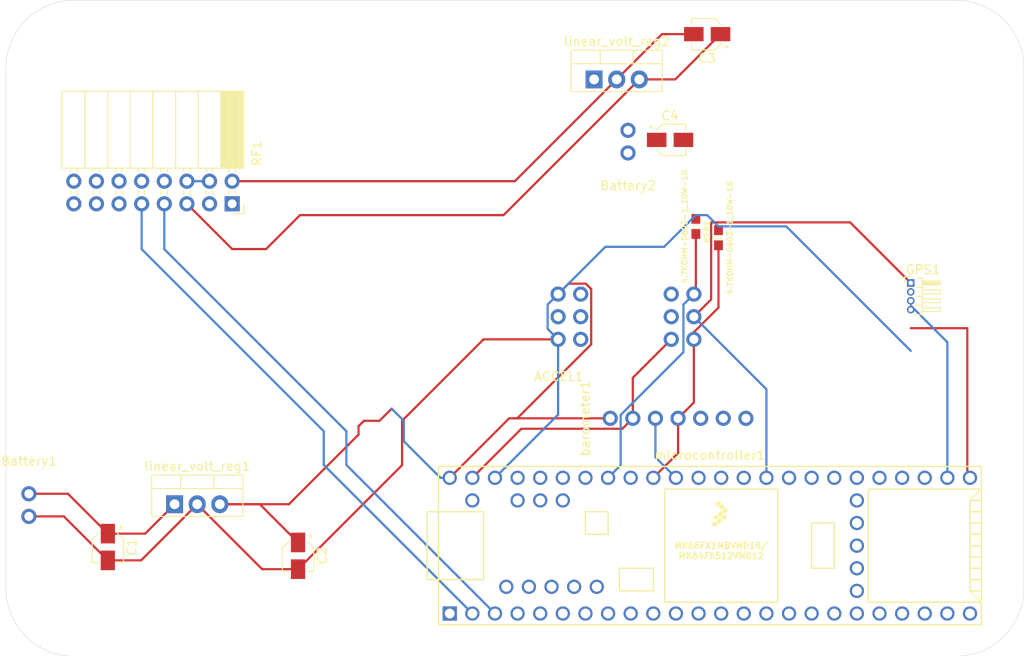
<source format=kicad_pcb>
(kicad_pcb (version 20171130) (host pcbnew "(5.1.9)-1")

  (general
    (thickness 1.6)
    (drawings 8)
    (tracks 104)
    (zones 0)
    (modules 15)
    (nets 17)
  )

  (page A4)
  (layers
    (0 F.Cu signal)
    (31 B.Cu signal)
    (32 B.Adhes user)
    (33 F.Adhes user)
    (34 B.Paste user)
    (35 F.Paste user)
    (36 B.SilkS user)
    (37 F.SilkS user)
    (38 B.Mask user)
    (39 F.Mask user)
    (40 Dwgs.User user)
    (41 Cmts.User user)
    (42 Eco1.User user)
    (43 Eco2.User user)
    (44 Edge.Cuts user)
    (45 Margin user)
    (46 B.CrtYd user)
    (47 F.CrtYd user)
    (48 B.Fab user)
    (49 F.Fab user)
  )

  (setup
    (last_trace_width 0.25)
    (trace_clearance 0.2)
    (zone_clearance 0.508)
    (zone_45_only no)
    (trace_min 0.2)
    (via_size 0.8)
    (via_drill 0.4)
    (via_min_size 0.4)
    (via_min_drill 0.3)
    (uvia_size 0.3)
    (uvia_drill 0.1)
    (uvias_allowed no)
    (uvia_min_size 0.2)
    (uvia_min_drill 0.1)
    (edge_width 0.05)
    (segment_width 0.2)
    (pcb_text_width 0.3)
    (pcb_text_size 1.5 1.5)
    (mod_edge_width 0.12)
    (mod_text_size 1 1)
    (mod_text_width 0.15)
    (pad_size 1.524 1.524)
    (pad_drill 0.762)
    (pad_to_mask_clearance 0)
    (aux_axis_origin 0 0)
    (visible_elements 7FFFFFFF)
    (pcbplotparams
      (layerselection 0x010fc_ffffffff)
      (usegerberextensions false)
      (usegerberattributes true)
      (usegerberadvancedattributes true)
      (creategerberjobfile true)
      (excludeedgelayer true)
      (linewidth 0.100000)
      (plotframeref false)
      (viasonmask false)
      (mode 1)
      (useauxorigin false)
      (hpglpennumber 1)
      (hpglpenspeed 20)
      (hpglpendiameter 15.000000)
      (psnegative false)
      (psa4output false)
      (plotreference true)
      (plotvalue true)
      (plotinvisibletext false)
      (padsonsilk false)
      (subtractmaskfromsilk false)
      (outputformat 1)
      (mirror false)
      (drillshape 1)
      (scaleselection 1)
      (outputdirectory ""))
  )

  (net 0 "")
  (net 1 "Net-(Battery1-Pad2)")
  (net 2 "Net-(Battery1-Pad1)")
  (net 3 "Net-(C2-Pad1)")
  (net 4 "Net-(RF1-Pad7)")
  (net 5 "Net-(RF1-Pad9)")
  (net 6 "Net-(C3-Pad1)")
  (net 7 "Net-(Battery2-Pad2)")
  (net 8 "Net-(R1-Pad1)")
  (net 9 "Net-(RF1-Pad4)")
  (net 10 "Net-(ACCEL1-Pad3)")
  (net 11 "Net-(ACCEL1-Pad2)")
  (net 12 "Net-(ACCEL1-Pad1)")
  (net 13 "Net-(ACCEL1-Pad5)")
  (net 14 "Net-(Battery2-Pad1)")
  (net 15 "Net-(GPS1-Pad3)")
  (net 16 "Net-(GPS1-Pad2)")

  (net_class Default "This is the default net class."
    (clearance 0.2)
    (trace_width 0.25)
    (via_dia 0.8)
    (via_drill 0.4)
    (uvia_dia 0.3)
    (uvia_drill 0.1)
    (add_net "Net-(ACCEL1-Pad1)")
    (add_net "Net-(ACCEL1-Pad2)")
    (add_net "Net-(ACCEL1-Pad3)")
    (add_net "Net-(ACCEL1-Pad5)")
    (add_net "Net-(Battery1-Pad1)")
    (add_net "Net-(Battery1-Pad2)")
    (add_net "Net-(Battery2-Pad1)")
    (add_net "Net-(Battery2-Pad2)")
    (add_net "Net-(C2-Pad1)")
    (add_net "Net-(C3-Pad1)")
    (add_net "Net-(GPS1-Pad2)")
    (add_net "Net-(GPS1-Pad3)")
    (add_net "Net-(R1-Pad1)")
    (add_net "Net-(RF1-Pad4)")
    (add_net "Net-(RF1-Pad7)")
    (add_net "Net-(RF1-Pad9)")
  )

  (module Connector_PinHeader_1.00mm:PinHeader_1x04_P1.00mm_Horizontal (layer F.Cu) (tedit 59FED737) (tstamp 60EFCDF1)
    (at 228.6 102.87)
    (descr "Through hole angled pin header, 1x04, 1.00mm pitch, 2.0mm pin length, single row")
    (tags "Through hole angled pin header THT 1x04 1.00mm single row")
    (path /60F710D4)
    (fp_text reference GPS1 (at 1.375 -1.5) (layer F.SilkS)
      (effects (font (size 1 1) (thickness 0.15)))
    )
    (fp_text value BN220-GPS (at 1.375 4.5) (layer F.Fab)
      (effects (font (size 1 1) (thickness 0.15)))
    )
    (fp_text user %R (at 0.75 1.5 90) (layer F.Fab)
      (effects (font (size 0.6 0.6) (thickness 0.09)))
    )
    (fp_line (start 0.5 -0.5) (end 1.25 -0.5) (layer F.Fab) (width 0.1))
    (fp_line (start 1.25 -0.5) (end 1.25 3.5) (layer F.Fab) (width 0.1))
    (fp_line (start 1.25 3.5) (end 0.25 3.5) (layer F.Fab) (width 0.1))
    (fp_line (start 0.25 3.5) (end 0.25 -0.25) (layer F.Fab) (width 0.1))
    (fp_line (start 0.25 -0.25) (end 0.5 -0.5) (layer F.Fab) (width 0.1))
    (fp_line (start -0.15 -0.15) (end 0.25 -0.15) (layer F.Fab) (width 0.1))
    (fp_line (start -0.15 -0.15) (end -0.15 0.15) (layer F.Fab) (width 0.1))
    (fp_line (start -0.15 0.15) (end 0.25 0.15) (layer F.Fab) (width 0.1))
    (fp_line (start 1.25 -0.15) (end 3.25 -0.15) (layer F.Fab) (width 0.1))
    (fp_line (start 3.25 -0.15) (end 3.25 0.15) (layer F.Fab) (width 0.1))
    (fp_line (start 1.25 0.15) (end 3.25 0.15) (layer F.Fab) (width 0.1))
    (fp_line (start -0.15 0.85) (end 0.25 0.85) (layer F.Fab) (width 0.1))
    (fp_line (start -0.15 0.85) (end -0.15 1.15) (layer F.Fab) (width 0.1))
    (fp_line (start -0.15 1.15) (end 0.25 1.15) (layer F.Fab) (width 0.1))
    (fp_line (start 1.25 0.85) (end 3.25 0.85) (layer F.Fab) (width 0.1))
    (fp_line (start 3.25 0.85) (end 3.25 1.15) (layer F.Fab) (width 0.1))
    (fp_line (start 1.25 1.15) (end 3.25 1.15) (layer F.Fab) (width 0.1))
    (fp_line (start -0.15 1.85) (end 0.25 1.85) (layer F.Fab) (width 0.1))
    (fp_line (start -0.15 1.85) (end -0.15 2.15) (layer F.Fab) (width 0.1))
    (fp_line (start -0.15 2.15) (end 0.25 2.15) (layer F.Fab) (width 0.1))
    (fp_line (start 1.25 1.85) (end 3.25 1.85) (layer F.Fab) (width 0.1))
    (fp_line (start 3.25 1.85) (end 3.25 2.15) (layer F.Fab) (width 0.1))
    (fp_line (start 1.25 2.15) (end 3.25 2.15) (layer F.Fab) (width 0.1))
    (fp_line (start -0.15 2.85) (end 0.25 2.85) (layer F.Fab) (width 0.1))
    (fp_line (start -0.15 2.85) (end -0.15 3.15) (layer F.Fab) (width 0.1))
    (fp_line (start -0.15 3.15) (end 0.25 3.15) (layer F.Fab) (width 0.1))
    (fp_line (start 1.25 2.85) (end 3.25 2.85) (layer F.Fab) (width 0.1))
    (fp_line (start 3.25 2.85) (end 3.25 3.15) (layer F.Fab) (width 0.1))
    (fp_line (start 1.25 3.15) (end 3.25 3.15) (layer F.Fab) (width 0.1))
    (fp_line (start 0.685 -0.56) (end 1.31 -0.56) (layer F.SilkS) (width 0.12))
    (fp_line (start 1.31 -0.56) (end 1.31 3.56) (layer F.SilkS) (width 0.12))
    (fp_line (start 1.31 3.56) (end 0.394493 3.56) (layer F.SilkS) (width 0.12))
    (fp_line (start 1.31 -0.21) (end 3.31 -0.21) (layer F.SilkS) (width 0.12))
    (fp_line (start 3.31 -0.21) (end 3.31 0.21) (layer F.SilkS) (width 0.12))
    (fp_line (start 3.31 0.21) (end 1.31 0.21) (layer F.SilkS) (width 0.12))
    (fp_line (start 1.31 -0.15) (end 3.31 -0.15) (layer F.SilkS) (width 0.12))
    (fp_line (start 1.31 -0.03) (end 3.31 -0.03) (layer F.SilkS) (width 0.12))
    (fp_line (start 1.31 0.09) (end 3.31 0.09) (layer F.SilkS) (width 0.12))
    (fp_line (start 0.685 0.5) (end 1.31 0.5) (layer F.SilkS) (width 0.12))
    (fp_line (start 1.31 0.79) (end 3.31 0.79) (layer F.SilkS) (width 0.12))
    (fp_line (start 3.31 0.79) (end 3.31 1.21) (layer F.SilkS) (width 0.12))
    (fp_line (start 3.31 1.21) (end 1.31 1.21) (layer F.SilkS) (width 0.12))
    (fp_line (start 0.468215 1.5) (end 1.31 1.5) (layer F.SilkS) (width 0.12))
    (fp_line (start 1.31 1.79) (end 3.31 1.79) (layer F.SilkS) (width 0.12))
    (fp_line (start 3.31 1.79) (end 3.31 2.21) (layer F.SilkS) (width 0.12))
    (fp_line (start 3.31 2.21) (end 1.31 2.21) (layer F.SilkS) (width 0.12))
    (fp_line (start 0.468215 2.5) (end 1.31 2.5) (layer F.SilkS) (width 0.12))
    (fp_line (start 1.31 2.79) (end 3.31 2.79) (layer F.SilkS) (width 0.12))
    (fp_line (start 3.31 2.79) (end 3.31 3.21) (layer F.SilkS) (width 0.12))
    (fp_line (start 3.31 3.21) (end 1.31 3.21) (layer F.SilkS) (width 0.12))
    (fp_line (start -0.685 0) (end -0.685 -0.685) (layer F.SilkS) (width 0.12))
    (fp_line (start -0.685 -0.685) (end 0 -0.685) (layer F.SilkS) (width 0.12))
    (fp_line (start -1 -1) (end -1 4) (layer F.CrtYd) (width 0.05))
    (fp_line (start -1 4) (end 3.75 4) (layer F.CrtYd) (width 0.05))
    (fp_line (start 3.75 4) (end 3.75 -1) (layer F.CrtYd) (width 0.05))
    (fp_line (start 3.75 -1) (end -1 -1) (layer F.CrtYd) (width 0.05))
    (pad 4 thru_hole oval (at 0 3) (size 0.85 0.85) (drill 0.5) (layers *.Cu *.Mask)
      (net 13 "Net-(ACCEL1-Pad5)"))
    (pad 3 thru_hole oval (at 0 2) (size 0.85 0.85) (drill 0.5) (layers *.Cu *.Mask)
      (net 15 "Net-(GPS1-Pad3)"))
    (pad 2 thru_hole oval (at 0 1) (size 0.85 0.85) (drill 0.5) (layers *.Cu *.Mask)
      (net 16 "Net-(GPS1-Pad2)"))
    (pad 1 thru_hole rect (at 0 0) (size 0.85 0.85) (drill 0.5) (layers *.Cu *.Mask)
      (net 11 "Net-(ACCEL1-Pad2)"))
    (model ${KISYS3DMOD}/Connector_PinHeader_1.00mm.3dshapes/PinHeader_1x04_P1.00mm_Horizontal.wrl
      (at (xyz 0 0 0))
      (scale (xyz 1 1 1))
      (rotate (xyz 0 0 0))
    )
  )

  (module Capacitor_SMD:CP_Elec_3x5.3 (layer F.Cu) (tedit 5B303299) (tstamp 60F26D20)
    (at 201.575001 86.805001)
    (descr "SMT capacitor, aluminium electrolytic, 3x5.3, Cornell Dubilier Electronics ")
    (tags "Capacitor Electrolytic")
    (path /60F4269F)
    (attr smd)
    (fp_text reference C4 (at 0 -2.7) (layer F.SilkS)
      (effects (font (size 1 1) (thickness 0.15)))
    )
    (fp_text value 0.33uF (at 0 2.7) (layer F.Fab)
      (effects (font (size 1 1) (thickness 0.15)))
    )
    (fp_text user %R (at 0 0) (layer F.Fab)
      (effects (font (size 0.6 0.6) (thickness 0.09)))
    )
    (fp_circle (center 0 0) (end 1.5 0) (layer F.Fab) (width 0.1))
    (fp_line (start 1.65 -1.65) (end 1.65 1.65) (layer F.Fab) (width 0.1))
    (fp_line (start -0.825 -1.65) (end 1.65 -1.65) (layer F.Fab) (width 0.1))
    (fp_line (start -0.825 1.65) (end 1.65 1.65) (layer F.Fab) (width 0.1))
    (fp_line (start -1.65 -0.825) (end -1.65 0.825) (layer F.Fab) (width 0.1))
    (fp_line (start -1.65 -0.825) (end -0.825 -1.65) (layer F.Fab) (width 0.1))
    (fp_line (start -1.65 0.825) (end -0.825 1.65) (layer F.Fab) (width 0.1))
    (fp_line (start -1.110469 -0.8) (end -0.810469 -0.8) (layer F.Fab) (width 0.1))
    (fp_line (start -0.960469 -0.95) (end -0.960469 -0.65) (layer F.Fab) (width 0.1))
    (fp_line (start 1.76 1.76) (end 1.76 1.06) (layer F.SilkS) (width 0.12))
    (fp_line (start 1.76 -1.76) (end 1.76 -1.06) (layer F.SilkS) (width 0.12))
    (fp_line (start -0.870563 -1.76) (end 1.76 -1.76) (layer F.SilkS) (width 0.12))
    (fp_line (start -0.870563 1.76) (end 1.76 1.76) (layer F.SilkS) (width 0.12))
    (fp_line (start -1.570563 -1.06) (end -0.870563 -1.76) (layer F.SilkS) (width 0.12))
    (fp_line (start -1.570563 1.06) (end -0.870563 1.76) (layer F.SilkS) (width 0.12))
    (fp_line (start -2.375 -1.435) (end -2 -1.435) (layer F.SilkS) (width 0.12))
    (fp_line (start -2.1875 -1.6225) (end -2.1875 -1.2475) (layer F.SilkS) (width 0.12))
    (fp_line (start 1.9 -1.9) (end 1.9 -1.05) (layer F.CrtYd) (width 0.05))
    (fp_line (start 1.9 -1.05) (end 2.85 -1.05) (layer F.CrtYd) (width 0.05))
    (fp_line (start 2.85 -1.05) (end 2.85 1.05) (layer F.CrtYd) (width 0.05))
    (fp_line (start 2.85 1.05) (end 1.9 1.05) (layer F.CrtYd) (width 0.05))
    (fp_line (start 1.9 1.05) (end 1.9 1.9) (layer F.CrtYd) (width 0.05))
    (fp_line (start -0.93 1.9) (end 1.9 1.9) (layer F.CrtYd) (width 0.05))
    (fp_line (start -0.93 -1.9) (end 1.9 -1.9) (layer F.CrtYd) (width 0.05))
    (fp_line (start -1.78 1.05) (end -0.93 1.9) (layer F.CrtYd) (width 0.05))
    (fp_line (start -1.78 -1.05) (end -0.93 -1.9) (layer F.CrtYd) (width 0.05))
    (fp_line (start -1.78 -1.05) (end -2.85 -1.05) (layer F.CrtYd) (width 0.05))
    (fp_line (start -2.85 -1.05) (end -2.85 1.05) (layer F.CrtYd) (width 0.05))
    (fp_line (start -2.85 1.05) (end -1.78 1.05) (layer F.CrtYd) (width 0.05))
    (pad 2 smd rect (at 1.5 0) (size 2.2 1.6) (layers F.Cu F.Paste F.Mask)
      (net 7 "Net-(Battery2-Pad2)"))
    (pad 1 smd rect (at -1.5 0) (size 2.2 1.6) (layers F.Cu F.Paste F.Mask)
      (net 14 "Net-(Battery2-Pad1)"))
    (model ${KISYS3DMOD}/Capacitor_SMD.3dshapes/CP_Elec_3x5.3.wrl
      (at (xyz 0 0 0))
      (scale (xyz 1 1 1))
      (rotate (xyz 0 0 0))
    )
  )

  (module "Mounting Holes:1x02" (layer F.Cu) (tedit 60A0F509) (tstamp 60F26C2A)
    (at 196.85 91.44)
    (path /60F724FD)
    (fp_text reference Battery2 (at 0 0.5) (layer F.SilkS)
      (effects (font (size 1 1) (thickness 0.15)))
    )
    (fp_text value 9V (at 0 -0.5) (layer F.Fab)
      (effects (font (size 1 1) (thickness 0.15)))
    )
    (pad 1 thru_hole circle (at 0 -3.17) (size 1.7 1.7) (drill 1.02) (layers *.Cu *.Mask)
      (net 14 "Net-(Battery2-Pad1)"))
    (pad 2 thru_hole circle (at 0 -5.71) (size 1.7 1.7) (drill 1.02) (layers *.Cu *.Mask)
      (net 7 "Net-(Battery2-Pad2)"))
  )

  (module "Mounting Holes:ADXLZ" (layer F.Cu) (tedit 60B8BC40) (tstamp 60B92F50)
    (at 189 109.2)
    (path /60B8F0A7)
    (fp_text reference ACCEL1 (at 0.08 4.17) (layer F.SilkS)
      (effects (font (size 1 1) (thickness 0.15)))
    )
    (fp_text value ADXL357z (at 0.08 3.17) (layer F.Fab)
      (effects (font (size 1 1) (thickness 0.15)))
    )
    (pad 3 thru_hole circle (at 15.248 0) (size 1.7 1.7) (drill 1.02) (layers *.Cu *.Mask)
      (net 10 "Net-(ACCEL1-Pad3)"))
    (pad 13 thru_hole circle (at 2.54 -2.54) (size 1.7 1.7) (drill 1.02) (layers *.Cu *.Mask))
    (pad 14 thru_hole circle (at 2.54 0) (size 1.7 1.7) (drill 1.02) (layers *.Cu *.Mask))
    (pad 2 thru_hole circle (at 15.248 -2.54) (size 1.7 1.7) (drill 1.02) (layers *.Cu *.Mask)
      (net 11 "Net-(ACCEL1-Pad2)"))
    (pad 1 thru_hole circle (at 15.248 -5.08) (size 1.7 1.7) (drill 1.02) (layers *.Cu *.Mask)
      (net 12 "Net-(ACCEL1-Pad1)"))
    (pad 12 thru_hole circle (at 2.54 -5.08) (size 1.7 1.7) (drill 1.02) (layers *.Cu *.Mask))
    (pad 5 thru_hole circle (at 0 -5.08) (size 1.7 1.7) (drill 1.02) (layers *.Cu *.Mask)
      (net 13 "Net-(ACCEL1-Pad5)"))
    (pad 11 thru_hole circle (at 0 -2.54) (size 1.7 1.7) (drill 1.02) (layers *.Cu *.Mask))
    (pad 4 thru_hole circle (at 12.708 0) (size 1.7 1.7) (drill 1.02) (layers *.Cu *.Mask))
    (pad 6 thru_hole circle (at 0 0) (size 1.7 1.7) (drill 1.02) (layers *.Cu *.Mask)
      (net 13 "Net-(ACCEL1-Pad5)"))
    (pad 10 thru_hole circle (at 12.708 -5.08) (size 1.7 1.7) (drill 1.02) (layers *.Cu *.Mask))
    (pad 8 thru_hole circle (at 12.708 -2.54) (size 1.7 1.7) (drill 1.02) (layers *.Cu *.Mask))
  )

  (module "Mounting Holes:1x02" (layer F.Cu) (tedit 60A0F509) (tstamp 60AFEC4D)
    (at 129.57556 123.37034 180)
    (path /60317B3E)
    (fp_text reference Battery1 (at 0 0.5) (layer F.SilkS)
      (effects (font (size 1 1) (thickness 0.15)))
    )
    (fp_text value 9V (at 0 -0.5) (layer F.Fab)
      (effects (font (size 1 1) (thickness 0.15)))
    )
    (pad 2 thru_hole circle (at 0 -5.71 180) (size 1.7 1.7) (drill 1.02) (layers *.Cu *.Mask)
      (net 1 "Net-(Battery1-Pad2)"))
    (pad 1 thru_hole circle (at 0 -3.17 180) (size 1.7 1.7) (drill 1.02) (layers *.Cu *.Mask)
      (net 2 "Net-(Battery1-Pad1)"))
  )

  (module Capacitor_SMD:CP_Elec_3x5.3 (layer F.Cu) (tedit 5B303299) (tstamp 60AFEC71)
    (at 138.44016 132.51942 270)
    (descr "SMT capacitor, aluminium electrolytic, 3x5.3, Cornell Dubilier Electronics ")
    (tags "Capacitor Electrolytic")
    (path /6023258A)
    (attr smd)
    (fp_text reference C1 (at 0 -2.7 90) (layer F.SilkS)
      (effects (font (size 1 1) (thickness 0.15)))
    )
    (fp_text value 0.33uF (at 0 2.7 90) (layer F.Fab)
      (effects (font (size 1 1) (thickness 0.15)))
    )
    (fp_circle (center 0 0) (end 1.5 0) (layer F.Fab) (width 0.1))
    (fp_line (start 1.65 -1.65) (end 1.65 1.65) (layer F.Fab) (width 0.1))
    (fp_line (start -0.825 -1.65) (end 1.65 -1.65) (layer F.Fab) (width 0.1))
    (fp_line (start -0.825 1.65) (end 1.65 1.65) (layer F.Fab) (width 0.1))
    (fp_line (start -1.65 -0.825) (end -1.65 0.825) (layer F.Fab) (width 0.1))
    (fp_line (start -1.65 -0.825) (end -0.825 -1.65) (layer F.Fab) (width 0.1))
    (fp_line (start -1.65 0.825) (end -0.825 1.65) (layer F.Fab) (width 0.1))
    (fp_line (start -1.110469 -0.8) (end -0.810469 -0.8) (layer F.Fab) (width 0.1))
    (fp_line (start -0.960469 -0.95) (end -0.960469 -0.65) (layer F.Fab) (width 0.1))
    (fp_line (start 1.76 1.76) (end 1.76 1.06) (layer F.SilkS) (width 0.12))
    (fp_line (start 1.76 -1.76) (end 1.76 -1.06) (layer F.SilkS) (width 0.12))
    (fp_line (start -0.870563 -1.76) (end 1.76 -1.76) (layer F.SilkS) (width 0.12))
    (fp_line (start -0.870563 1.76) (end 1.76 1.76) (layer F.SilkS) (width 0.12))
    (fp_line (start -1.570563 -1.06) (end -0.870563 -1.76) (layer F.SilkS) (width 0.12))
    (fp_line (start -1.570563 1.06) (end -0.870563 1.76) (layer F.SilkS) (width 0.12))
    (fp_line (start -2.375 -1.435) (end -2 -1.435) (layer F.SilkS) (width 0.12))
    (fp_line (start -2.1875 -1.6225) (end -2.1875 -1.2475) (layer F.SilkS) (width 0.12))
    (fp_line (start 1.9 -1.9) (end 1.9 -1.05) (layer F.CrtYd) (width 0.05))
    (fp_line (start 1.9 -1.05) (end 2.85 -1.05) (layer F.CrtYd) (width 0.05))
    (fp_line (start 2.85 -1.05) (end 2.85 1.05) (layer F.CrtYd) (width 0.05))
    (fp_line (start 2.85 1.05) (end 1.9 1.05) (layer F.CrtYd) (width 0.05))
    (fp_line (start 1.9 1.05) (end 1.9 1.9) (layer F.CrtYd) (width 0.05))
    (fp_line (start -0.93 1.9) (end 1.9 1.9) (layer F.CrtYd) (width 0.05))
    (fp_line (start -0.93 -1.9) (end 1.9 -1.9) (layer F.CrtYd) (width 0.05))
    (fp_line (start -1.78 1.05) (end -0.93 1.9) (layer F.CrtYd) (width 0.05))
    (fp_line (start -1.78 -1.05) (end -0.93 -1.9) (layer F.CrtYd) (width 0.05))
    (fp_line (start -1.78 -1.05) (end -2.85 -1.05) (layer F.CrtYd) (width 0.05))
    (fp_line (start -2.85 -1.05) (end -2.85 1.05) (layer F.CrtYd) (width 0.05))
    (fp_line (start -2.85 1.05) (end -1.78 1.05) (layer F.CrtYd) (width 0.05))
    (fp_text user %R (at 0 0 90) (layer F.Fab)
      (effects (font (size 0.6 0.6) (thickness 0.09)))
    )
    (pad 2 smd rect (at 1.5 0 270) (size 2.2 1.6) (layers F.Cu F.Paste F.Mask)
      (net 1 "Net-(Battery1-Pad2)"))
    (pad 1 smd rect (at -1.5 0 270) (size 2.2 1.6) (layers F.Cu F.Paste F.Mask)
      (net 2 "Net-(Battery1-Pad1)"))
    (model ${KISYS3DMOD}/Capacitor_SMD.3dshapes/CP_Elec_3x5.3.wrl
      (at (xyz 0 0 0))
      (scale (xyz 1 1 1))
      (rotate (xyz 0 0 0))
    )
  )

  (module Capacitor_SMD:CP_Elec_3x5.3 (layer F.Cu) (tedit 5B303299) (tstamp 60AFEC95)
    (at 159.79902 133.50748 270)
    (descr "SMT capacitor, aluminium electrolytic, 3x5.3, Cornell Dubilier Electronics ")
    (tags "Capacitor Electrolytic")
    (path /6028C494)
    (attr smd)
    (fp_text reference C2 (at 0 -2.7 90) (layer F.SilkS)
      (effects (font (size 1 1) (thickness 0.15)))
    )
    (fp_text value 0.1uF (at 0 2.7 90) (layer F.Fab)
      (effects (font (size 1 1) (thickness 0.15)))
    )
    (fp_line (start -2.85 1.05) (end -1.78 1.05) (layer F.CrtYd) (width 0.05))
    (fp_line (start -2.85 -1.05) (end -2.85 1.05) (layer F.CrtYd) (width 0.05))
    (fp_line (start -1.78 -1.05) (end -2.85 -1.05) (layer F.CrtYd) (width 0.05))
    (fp_line (start -1.78 -1.05) (end -0.93 -1.9) (layer F.CrtYd) (width 0.05))
    (fp_line (start -1.78 1.05) (end -0.93 1.9) (layer F.CrtYd) (width 0.05))
    (fp_line (start -0.93 -1.9) (end 1.9 -1.9) (layer F.CrtYd) (width 0.05))
    (fp_line (start -0.93 1.9) (end 1.9 1.9) (layer F.CrtYd) (width 0.05))
    (fp_line (start 1.9 1.05) (end 1.9 1.9) (layer F.CrtYd) (width 0.05))
    (fp_line (start 2.85 1.05) (end 1.9 1.05) (layer F.CrtYd) (width 0.05))
    (fp_line (start 2.85 -1.05) (end 2.85 1.05) (layer F.CrtYd) (width 0.05))
    (fp_line (start 1.9 -1.05) (end 2.85 -1.05) (layer F.CrtYd) (width 0.05))
    (fp_line (start 1.9 -1.9) (end 1.9 -1.05) (layer F.CrtYd) (width 0.05))
    (fp_line (start -2.1875 -1.6225) (end -2.1875 -1.2475) (layer F.SilkS) (width 0.12))
    (fp_line (start -2.375 -1.435) (end -2 -1.435) (layer F.SilkS) (width 0.12))
    (fp_line (start -1.570563 1.06) (end -0.870563 1.76) (layer F.SilkS) (width 0.12))
    (fp_line (start -1.570563 -1.06) (end -0.870563 -1.76) (layer F.SilkS) (width 0.12))
    (fp_line (start -0.870563 1.76) (end 1.76 1.76) (layer F.SilkS) (width 0.12))
    (fp_line (start -0.870563 -1.76) (end 1.76 -1.76) (layer F.SilkS) (width 0.12))
    (fp_line (start 1.76 -1.76) (end 1.76 -1.06) (layer F.SilkS) (width 0.12))
    (fp_line (start 1.76 1.76) (end 1.76 1.06) (layer F.SilkS) (width 0.12))
    (fp_line (start -0.960469 -0.95) (end -0.960469 -0.65) (layer F.Fab) (width 0.1))
    (fp_line (start -1.110469 -0.8) (end -0.810469 -0.8) (layer F.Fab) (width 0.1))
    (fp_line (start -1.65 0.825) (end -0.825 1.65) (layer F.Fab) (width 0.1))
    (fp_line (start -1.65 -0.825) (end -0.825 -1.65) (layer F.Fab) (width 0.1))
    (fp_line (start -1.65 -0.825) (end -1.65 0.825) (layer F.Fab) (width 0.1))
    (fp_line (start -0.825 1.65) (end 1.65 1.65) (layer F.Fab) (width 0.1))
    (fp_line (start -0.825 -1.65) (end 1.65 -1.65) (layer F.Fab) (width 0.1))
    (fp_line (start 1.65 -1.65) (end 1.65 1.65) (layer F.Fab) (width 0.1))
    (fp_circle (center 0 0) (end 1.5 0) (layer F.Fab) (width 0.1))
    (fp_text user %R (at 0 0 90) (layer F.Fab)
      (effects (font (size 0.6 0.6) (thickness 0.09)))
    )
    (pad 1 smd rect (at -1.5 0 270) (size 2.2 1.6) (layers F.Cu F.Paste F.Mask)
      (net 3 "Net-(C2-Pad1)"))
    (pad 2 smd rect (at 1.5 0 270) (size 2.2 1.6) (layers F.Cu F.Paste F.Mask)
      (net 1 "Net-(Battery1-Pad2)"))
    (model ${KISYS3DMOD}/Capacitor_SMD.3dshapes/CP_Elec_3x5.3.wrl
      (at (xyz 0 0 0))
      (scale (xyz 1 1 1))
      (rotate (xyz 0 0 0))
    )
  )

  (module Package_TO_SOT_THT:TO-220-3_Vertical (layer F.Cu) (tedit 5AC8BA0D) (tstamp 60AFECBC)
    (at 145.9357 127.71628)
    (descr "TO-220-3, Vertical, RM 2.54mm, see https://www.vishay.com/docs/66542/to-220-1.pdf")
    (tags "TO-220-3 Vertical RM 2.54mm")
    (path /6024F7BB)
    (fp_text reference linear_volt_reg1 (at 2.54 -4.27) (layer F.SilkS)
      (effects (font (size 1 1) (thickness 0.15)))
    )
    (fp_text value LM7805_TO220 (at 2.54 2.5) (layer F.Fab)
      (effects (font (size 1 1) (thickness 0.15)))
    )
    (fp_line (start 7.79 -3.4) (end -2.71 -3.4) (layer F.CrtYd) (width 0.05))
    (fp_line (start 7.79 1.51) (end 7.79 -3.4) (layer F.CrtYd) (width 0.05))
    (fp_line (start -2.71 1.51) (end 7.79 1.51) (layer F.CrtYd) (width 0.05))
    (fp_line (start -2.71 -3.4) (end -2.71 1.51) (layer F.CrtYd) (width 0.05))
    (fp_line (start 4.391 -3.27) (end 4.391 -1.76) (layer F.SilkS) (width 0.12))
    (fp_line (start 0.69 -3.27) (end 0.69 -1.76) (layer F.SilkS) (width 0.12))
    (fp_line (start -2.58 -1.76) (end 7.66 -1.76) (layer F.SilkS) (width 0.12))
    (fp_line (start 7.66 -3.27) (end 7.66 1.371) (layer F.SilkS) (width 0.12))
    (fp_line (start -2.58 -3.27) (end -2.58 1.371) (layer F.SilkS) (width 0.12))
    (fp_line (start -2.58 1.371) (end 7.66 1.371) (layer F.SilkS) (width 0.12))
    (fp_line (start -2.58 -3.27) (end 7.66 -3.27) (layer F.SilkS) (width 0.12))
    (fp_line (start 4.39 -3.15) (end 4.39 -1.88) (layer F.Fab) (width 0.1))
    (fp_line (start 0.69 -3.15) (end 0.69 -1.88) (layer F.Fab) (width 0.1))
    (fp_line (start -2.46 -1.88) (end 7.54 -1.88) (layer F.Fab) (width 0.1))
    (fp_line (start 7.54 -3.15) (end -2.46 -3.15) (layer F.Fab) (width 0.1))
    (fp_line (start 7.54 1.25) (end 7.54 -3.15) (layer F.Fab) (width 0.1))
    (fp_line (start -2.46 1.25) (end 7.54 1.25) (layer F.Fab) (width 0.1))
    (fp_line (start -2.46 -3.15) (end -2.46 1.25) (layer F.Fab) (width 0.1))
    (fp_text user %R (at 2.54 -4.27) (layer F.Fab)
      (effects (font (size 1 1) (thickness 0.15)))
    )
    (pad 1 thru_hole rect (at 0 0) (size 1.905 2) (drill 1.1) (layers *.Cu *.Mask)
      (net 2 "Net-(Battery1-Pad1)"))
    (pad 2 thru_hole oval (at 2.54 0) (size 1.905 2) (drill 1.1) (layers *.Cu *.Mask)
      (net 1 "Net-(Battery1-Pad2)"))
    (pad 3 thru_hole oval (at 5.08 0) (size 1.905 2) (drill 1.1) (layers *.Cu *.Mask)
      (net 3 "Net-(C2-Pad1)"))
    (model ${KISYS3DMOD}/Package_TO_SOT_THT.3dshapes/TO-220-3_Vertical.wrl
      (at (xyz 0 0 0))
      (scale (xyz 1 1 1))
      (rotate (xyz 0 0 0))
    )
  )

  (module "Teensy Microcontrollers:Teensy35_36" (layer F.Cu) (tedit 5ED51FDE) (tstamp 60AFED31)
    (at 206.04226 132.36702)
    (path /60257C60)
    (fp_text reference microcontroller1 (at 0 -10.16) (layer F.SilkS)
      (effects (font (size 1 1) (thickness 0.15)))
    )
    (fp_text value Teensy3.6 (at 0 10.16) (layer F.Fab)
      (effects (font (size 1 1) (thickness 0.15)))
    )
    (fp_line (start -13.97 -3.81) (end -13.97 -1.27) (layer F.SilkS) (width 0.15))
    (fp_line (start -13.97 -1.27) (end -11.43 -1.27) (layer F.SilkS) (width 0.15))
    (fp_line (start -11.43 -1.27) (end -11.43 -3.81) (layer F.SilkS) (width 0.15))
    (fp_line (start -11.43 -3.81) (end -13.97 -3.81) (layer F.SilkS) (width 0.15))
    (fp_line (start -6.35 5.08) (end -10.16 5.08) (layer F.SilkS) (width 0.15))
    (fp_line (start -10.16 5.08) (end -10.16 2.54) (layer F.SilkS) (width 0.15))
    (fp_line (start -10.16 2.54) (end -6.35 2.54) (layer F.SilkS) (width 0.15))
    (fp_line (start -6.35 2.54) (end -6.35 5.08) (layer F.SilkS) (width 0.15))
    (fp_line (start 7.62 6.35) (end 7.62 -6.35) (layer F.SilkS) (width 0.15))
    (fp_line (start -5.08 -6.35) (end -5.08 6.35) (layer F.SilkS) (width 0.15))
    (fp_line (start -5.08 6.35) (end 7.62 6.35) (layer F.SilkS) (width 0.15))
    (fp_line (start -5.08 -6.35) (end 7.62 -6.35) (layer F.SilkS) (width 0.15))
    (fp_line (start 29.21 5.08) (end 30.48 5.08) (layer F.SilkS) (width 0.15))
    (fp_line (start 29.21 3.81) (end 30.48 3.81) (layer F.SilkS) (width 0.15))
    (fp_line (start 29.21 2.54) (end 30.48 2.54) (layer F.SilkS) (width 0.15))
    (fp_line (start 29.21 1.27) (end 30.48 1.27) (layer F.SilkS) (width 0.15))
    (fp_line (start 29.21 0) (end 30.48 0) (layer F.SilkS) (width 0.15))
    (fp_line (start 29.21 -1.27) (end 30.48 -1.27) (layer F.SilkS) (width 0.15))
    (fp_line (start 29.21 -2.54) (end 30.48 -2.54) (layer F.SilkS) (width 0.15))
    (fp_line (start 29.21 -3.81) (end 30.48 -3.81) (layer F.SilkS) (width 0.15))
    (fp_line (start 29.21 -5.08) (end 30.48 -5.08) (layer F.SilkS) (width 0.15))
    (fp_line (start 30.48 6.35) (end 29.21 5.08) (layer F.SilkS) (width 0.15))
    (fp_line (start 29.21 5.08) (end 29.21 -5.08) (layer F.SilkS) (width 0.15))
    (fp_line (start 29.21 -5.08) (end 30.48 -6.35) (layer F.SilkS) (width 0.15))
    (fp_line (start 30.48 -6.35) (end 17.78 -6.35) (layer F.SilkS) (width 0.15))
    (fp_line (start 17.78 -6.35) (end 17.78 6.35) (layer F.SilkS) (width 0.15))
    (fp_line (start 17.78 6.35) (end 30.48 6.35) (layer F.SilkS) (width 0.15))
    (fp_line (start 30.48 -8.89) (end -30.48 -8.89) (layer F.SilkS) (width 0.15))
    (fp_line (start -30.48 8.89) (end 30.48 8.89) (layer F.SilkS) (width 0.15))
    (fp_line (start -30.48 3.81) (end -31.75 3.81) (layer F.SilkS) (width 0.15))
    (fp_line (start -31.75 3.81) (end -31.75 -3.81) (layer F.SilkS) (width 0.15))
    (fp_line (start -31.75 -3.81) (end -30.48 -3.81) (layer F.SilkS) (width 0.15))
    (fp_line (start -25.4 3.81) (end -25.4 -3.81) (layer F.SilkS) (width 0.15))
    (fp_line (start -25.4 -3.81) (end -30.48 -3.81) (layer F.SilkS) (width 0.15))
    (fp_line (start -25.4 3.81) (end -30.48 3.81) (layer F.SilkS) (width 0.15))
    (fp_line (start 13.97 -2.54) (end 13.97 2.54) (layer F.SilkS) (width 0.15))
    (fp_line (start 13.97 2.54) (end 11.43 2.54) (layer F.SilkS) (width 0.15))
    (fp_line (start 11.43 2.54) (end 11.43 -2.54) (layer F.SilkS) (width 0.15))
    (fp_line (start 11.43 -2.54) (end 13.97 -2.54) (layer F.SilkS) (width 0.15))
    (fp_line (start 30.48 -8.89) (end 30.48 8.89) (layer F.SilkS) (width 0.15))
    (fp_line (start -30.48 8.89) (end -30.48 -8.89) (layer F.SilkS) (width 0.15))
    (fp_poly (pts (xy 1.016 -4.953) (xy 1.27 -4.699) (xy 0.889 -4.445) (xy 0.635 -4.699)) (layer F.SilkS) (width 0.1))
    (fp_poly (pts (xy 0.762 -3.429) (xy 1.016 -3.175) (xy 0.635 -2.921) (xy 0.381 -3.175)) (layer F.SilkS) (width 0.1))
    (fp_poly (pts (xy 0.635 -2.667) (xy 0.889 -2.413) (xy 0.508 -2.159) (xy 0.254 -2.413)) (layer F.SilkS) (width 0.1))
    (fp_poly (pts (xy 1.778 -4.191) (xy 2.032 -3.937) (xy 1.651 -3.683) (xy 1.397 -3.937)) (layer F.SilkS) (width 0.1))
    (fp_poly (pts (xy 1.143 -3.048) (xy 1.397 -2.794) (xy 1.016 -2.54) (xy 0.762 -2.794)) (layer F.SilkS) (width 0.1))
    (fp_poly (pts (xy 1.651 -3.429) (xy 1.905 -3.175) (xy 1.524 -2.921) (xy 1.27 -3.175)) (layer F.SilkS) (width 0.1))
    (fp_poly (pts (xy 1.397 -4.572) (xy 1.651 -4.318) (xy 1.27 -4.064) (xy 1.016 -4.318)) (layer F.SilkS) (width 0.1))
    (fp_poly (pts (xy 1.27 -3.81) (xy 1.524 -3.556) (xy 1.143 -3.302) (xy 0.889 -3.556)) (layer F.SilkS) (width 0.1))
    (fp_text user MK66FX1MBVMD18/ (at 1.27 0) (layer F.SilkS)
      (effects (font (size 0.7 0.7) (thickness 0.15)))
    )
    (fp_text user MK64FX512VMD12 (at 1.27 1.143) (layer F.SilkS)
      (effects (font (size 0.7 0.7) (thickness 0.15)))
    )
    (pad 17 thru_hole circle (at 11.43 7.62) (size 1.6 1.6) (drill 1.1) (layers *.Cu *.Mask))
    (pad 18 thru_hole circle (at 13.97 7.62) (size 1.6 1.6) (drill 1.1) (layers *.Cu *.Mask))
    (pad 19 thru_hole circle (at 16.51 7.62) (size 1.6 1.6) (drill 1.1) (layers *.Cu *.Mask))
    (pad 20 thru_hole circle (at 19.05 7.62) (size 1.6 1.6) (drill 1.1) (layers *.Cu *.Mask))
    (pad 16 thru_hole circle (at 8.89 7.62) (size 1.6 1.6) (drill 1.1) (layers *.Cu *.Mask))
    (pad 15 thru_hole circle (at 6.35 7.62) (size 1.6 1.6) (drill 1.1) (layers *.Cu *.Mask))
    (pad 14 thru_hole circle (at 3.81 7.62) (size 1.6 1.6) (drill 1.1) (layers *.Cu *.Mask))
    (pad 21 thru_hole circle (at 21.59 7.62) (size 1.6 1.6) (drill 1.1) (layers *.Cu *.Mask))
    (pad 22 thru_hole circle (at 24.13 7.62) (size 1.6 1.6) (drill 1.1) (layers *.Cu *.Mask))
    (pad 23 thru_hole circle (at 26.67 7.62) (size 1.6 1.6) (drill 1.1) (layers *.Cu *.Mask))
    (pad 24 thru_hole circle (at 29.21 7.62) (size 1.6 1.6) (drill 1.1) (layers *.Cu *.Mask))
    (pad 25 thru_hole circle (at 16.51 5.08) (size 1.6 1.6) (drill 1.1) (layers *.Cu *.Mask))
    (pad 26 thru_hole circle (at 16.51 2.54) (size 1.6 1.6) (drill 1.1) (layers *.Cu *.Mask))
    (pad 27 thru_hole circle (at 16.51 0) (size 1.6 1.6) (drill 1.1) (layers *.Cu *.Mask))
    (pad 28 thru_hole circle (at 16.51 -2.54) (size 1.6 1.6) (drill 1.1) (layers *.Cu *.Mask))
    (pad 29 thru_hole circle (at 16.51 -5.08) (size 1.6 1.6) (drill 1.1) (layers *.Cu *.Mask))
    (pad 30 thru_hole circle (at 29.21 -7.62) (size 1.6 1.6) (drill 1.1) (layers *.Cu *.Mask)
      (net 15 "Net-(GPS1-Pad3)"))
    (pad 31 thru_hole circle (at 26.67 -7.62) (size 1.6 1.6) (drill 1.1) (layers *.Cu *.Mask)
      (net 16 "Net-(GPS1-Pad2)"))
    (pad 32 thru_hole circle (at 24.13 -7.62) (size 1.6 1.6) (drill 1.1) (layers *.Cu *.Mask))
    (pad 33 thru_hole circle (at 21.59 -7.62) (size 1.6 1.6) (drill 1.1) (layers *.Cu *.Mask))
    (pad 34 thru_hole circle (at 19.05 -7.62) (size 1.6 1.6) (drill 1.1) (layers *.Cu *.Mask))
    (pad 35 thru_hole circle (at 16.51 -7.62) (size 1.6 1.6) (drill 1.1) (layers *.Cu *.Mask))
    (pad 36 thru_hole circle (at 13.97 -7.62) (size 1.6 1.6) (drill 1.1) (layers *.Cu *.Mask))
    (pad 37 thru_hole circle (at 11.43 -7.62) (size 1.6 1.6) (drill 1.1) (layers *.Cu *.Mask))
    (pad 13 thru_hole circle (at 1.27 7.62) (size 1.6 1.6) (drill 1.1) (layers *.Cu *.Mask))
    (pad 12 thru_hole circle (at -1.27 7.62) (size 1.6 1.6) (drill 1.1) (layers *.Cu *.Mask))
    (pad 11 thru_hole circle (at -3.81 7.62) (size 1.6 1.6) (drill 1.1) (layers *.Cu *.Mask))
    (pad 10 thru_hole circle (at -6.35 7.62) (size 1.6 1.6) (drill 1.1) (layers *.Cu *.Mask))
    (pad 9 thru_hole circle (at -8.89 7.62) (size 1.6 1.6) (drill 1.1) (layers *.Cu *.Mask))
    (pad 8 thru_hole circle (at -11.43 7.62) (size 1.6 1.6) (drill 1.1) (layers *.Cu *.Mask))
    (pad 7 thru_hole circle (at -13.97 7.62) (size 1.6 1.6) (drill 1.1) (layers *.Cu *.Mask))
    (pad 6 thru_hole circle (at -16.51 7.62) (size 1.6 1.6) (drill 1.1) (layers *.Cu *.Mask))
    (pad 5 thru_hole circle (at -19.05 7.62) (size 1.6 1.6) (drill 1.1) (layers *.Cu *.Mask))
    (pad 4 thru_hole circle (at -21.59 7.62) (size 1.6 1.6) (drill 1.1) (layers *.Cu *.Mask))
    (pad 3 thru_hole circle (at -24.13 7.62) (size 1.6 1.6) (drill 1.1) (layers *.Cu *.Mask)
      (net 4 "Net-(RF1-Pad7)"))
    (pad 2 thru_hole circle (at -26.67 7.62) (size 1.6 1.6) (drill 1.1) (layers *.Cu *.Mask)
      (net 5 "Net-(RF1-Pad9)"))
    (pad 1 thru_hole rect (at -29.21 7.62) (size 1.6 1.6) (drill 1.1) (layers *.Cu *.Mask))
    (pad 38 thru_hole circle (at 8.89 -7.62) (size 1.6 1.6) (drill 1.1) (layers *.Cu *.Mask))
    (pad 39 thru_hole circle (at 6.35 -7.62) (size 1.6 1.6) (drill 1.1) (layers *.Cu *.Mask)
      (net 11 "Net-(ACCEL1-Pad2)"))
    (pad 40 thru_hole circle (at 3.81 -7.62) (size 1.6 1.6) (drill 1.1) (layers *.Cu *.Mask))
    (pad 41 thru_hole circle (at 1.27 -7.62) (size 1.6 1.6) (drill 1.1) (layers *.Cu *.Mask))
    (pad 42 thru_hole circle (at -1.27 -7.62) (size 1.6 1.6) (drill 1.1) (layers *.Cu *.Mask))
    (pad 43 thru_hole circle (at -3.81 -7.62) (size 1.6 1.6) (drill 1.1) (layers *.Cu *.Mask))
    (pad 44 thru_hole circle (at -6.35 -7.62) (size 1.6 1.6) (drill 1.1) (layers *.Cu *.Mask))
    (pad 45 thru_hole circle (at -8.89 -7.62) (size 1.6 1.6) (drill 1.1) (layers *.Cu *.Mask)
      (net 10 "Net-(ACCEL1-Pad3)"))
    (pad 46 thru_hole circle (at -11.43 -7.62) (size 1.6 1.6) (drill 1.1) (layers *.Cu *.Mask)
      (net 12 "Net-(ACCEL1-Pad1)"))
    (pad 47 thru_hole circle (at -13.97 -7.62) (size 1.6 1.6) (drill 1.1) (layers *.Cu *.Mask))
    (pad 48 thru_hole circle (at -16.51 -7.62) (size 1.6 1.6) (drill 1.1) (layers *.Cu *.Mask))
    (pad 49 thru_hole circle (at -19.05 -7.62) (size 1.6 1.6) (drill 1.1) (layers *.Cu *.Mask))
    (pad 50 thru_hole circle (at -21.59 -7.62) (size 1.6 1.6) (drill 1.1) (layers *.Cu *.Mask))
    (pad 51 thru_hole circle (at -24.13 -7.62) (size 1.6 1.6) (drill 1.1) (layers *.Cu *.Mask)
      (net 13 "Net-(ACCEL1-Pad5)"))
    (pad 52 thru_hole circle (at -26.67 -7.62) (size 1.6 1.6) (drill 1.1) (layers *.Cu *.Mask))
    (pad 53 thru_hole circle (at -29.21 -7.62) (size 1.6 1.6) (drill 1.1) (layers *.Cu *.Mask)
      (net 3 "Net-(C2-Pad1)"))
    (pad 54 thru_hole circle (at -26.67 -5.08) (size 1.6 1.6) (drill 1.1) (layers *.Cu *.Mask))
    (pad 55 thru_hole circle (at -21.59 -5.08) (size 1.6 1.6) (drill 1.1) (layers *.Cu *.Mask))
    (pad 56 thru_hole circle (at -19.05 -5.08) (size 1.6 1.6) (drill 1.1) (layers *.Cu *.Mask))
    (pad 57 thru_hole circle (at -16.51 -5.08) (size 1.6 1.6) (drill 1.1) (layers *.Cu *.Mask))
    (pad 58 thru_hole circle (at -22.86 4.62) (size 1.6 1.6) (drill 1.1) (layers *.Cu *.Mask))
    (pad 59 thru_hole circle (at -20.32 4.62) (size 1.6 1.6) (drill 1.1) (layers *.Cu *.Mask))
    (pad 60 thru_hole circle (at -17.78 4.62) (size 1.6 1.6) (drill 1.1) (layers *.Cu *.Mask))
    (pad 61 thru_hole circle (at -15.24 4.62) (size 1.6 1.6) (drill 1.1) (layers *.Cu *.Mask))
    (pad 62 thru_hole circle (at -12.7 4.62) (size 1.6 1.6) (drill 1.1) (layers *.Cu *.Mask))
    (model ${KICAD_USER_DIR}/teensy.pretty/Teensy_3.5_3.6_Assembly.STEP
      (offset (xyz -30.48 0 0))
      (scale (xyz 1 1 1))
      (rotate (xyz 0 0 0))
    )
  )

  (module Connector_PinSocket_2.54mm:PinSocket_2x08_P2.54mm_Horizontal (layer F.Cu) (tedit 5A19A430) (tstamp 60EFCB69)
    (at 152.4 93.98 270)
    (descr "Through hole angled socket strip, 2x08, 2.54mm pitch, 8.51mm socket length, double cols (from Kicad 4.0.7), script generated")
    (tags "Through hole angled socket strip THT 2x08 2.54mm double row")
    (path /601DEA0B)
    (fp_text reference RF1 (at -5.65 -2.77 90) (layer F.SilkS)
      (effects (font (size 1 1) (thickness 0.15)))
    )
    (fp_text value RFD900+ (at -5.65 20.55 90) (layer F.Fab)
      (effects (font (size 1 1) (thickness 0.15)))
    )
    (fp_line (start 1.8 19.55) (end 1.8 -1.8) (layer F.CrtYd) (width 0.05))
    (fp_line (start -13.05 19.55) (end 1.8 19.55) (layer F.CrtYd) (width 0.05))
    (fp_line (start -13.05 -1.8) (end -13.05 19.55) (layer F.CrtYd) (width 0.05))
    (fp_line (start 1.8 -1.8) (end -13.05 -1.8) (layer F.CrtYd) (width 0.05))
    (fp_line (start 0 -1.33) (end 1.11 -1.33) (layer F.SilkS) (width 0.12))
    (fp_line (start 1.11 -1.33) (end 1.11 0) (layer F.SilkS) (width 0.12))
    (fp_line (start -12.63 -1.33) (end -12.63 19.11) (layer F.SilkS) (width 0.12))
    (fp_line (start -12.63 19.11) (end -4 19.11) (layer F.SilkS) (width 0.12))
    (fp_line (start -4 -1.33) (end -4 19.11) (layer F.SilkS) (width 0.12))
    (fp_line (start -12.63 -1.33) (end -4 -1.33) (layer F.SilkS) (width 0.12))
    (fp_line (start -12.63 16.51) (end -4 16.51) (layer F.SilkS) (width 0.12))
    (fp_line (start -12.63 13.97) (end -4 13.97) (layer F.SilkS) (width 0.12))
    (fp_line (start -12.63 11.43) (end -4 11.43) (layer F.SilkS) (width 0.12))
    (fp_line (start -12.63 8.89) (end -4 8.89) (layer F.SilkS) (width 0.12))
    (fp_line (start -12.63 6.35) (end -4 6.35) (layer F.SilkS) (width 0.12))
    (fp_line (start -12.63 3.81) (end -4 3.81) (layer F.SilkS) (width 0.12))
    (fp_line (start -12.63 1.27) (end -4 1.27) (layer F.SilkS) (width 0.12))
    (fp_line (start -1.49 18.14) (end -1.05 18.14) (layer F.SilkS) (width 0.12))
    (fp_line (start -4 18.14) (end -3.59 18.14) (layer F.SilkS) (width 0.12))
    (fp_line (start -1.49 17.42) (end -1.05 17.42) (layer F.SilkS) (width 0.12))
    (fp_line (start -4 17.42) (end -3.59 17.42) (layer F.SilkS) (width 0.12))
    (fp_line (start -1.49 15.6) (end -1.05 15.6) (layer F.SilkS) (width 0.12))
    (fp_line (start -4 15.6) (end -3.59 15.6) (layer F.SilkS) (width 0.12))
    (fp_line (start -1.49 14.88) (end -1.05 14.88) (layer F.SilkS) (width 0.12))
    (fp_line (start -4 14.88) (end -3.59 14.88) (layer F.SilkS) (width 0.12))
    (fp_line (start -1.49 13.06) (end -1.05 13.06) (layer F.SilkS) (width 0.12))
    (fp_line (start -4 13.06) (end -3.59 13.06) (layer F.SilkS) (width 0.12))
    (fp_line (start -1.49 12.34) (end -1.05 12.34) (layer F.SilkS) (width 0.12))
    (fp_line (start -4 12.34) (end -3.59 12.34) (layer F.SilkS) (width 0.12))
    (fp_line (start -1.49 10.52) (end -1.05 10.52) (layer F.SilkS) (width 0.12))
    (fp_line (start -4 10.52) (end -3.59 10.52) (layer F.SilkS) (width 0.12))
    (fp_line (start -1.49 9.8) (end -1.05 9.8) (layer F.SilkS) (width 0.12))
    (fp_line (start -4 9.8) (end -3.59 9.8) (layer F.SilkS) (width 0.12))
    (fp_line (start -1.49 7.98) (end -1.05 7.98) (layer F.SilkS) (width 0.12))
    (fp_line (start -4 7.98) (end -3.59 7.98) (layer F.SilkS) (width 0.12))
    (fp_line (start -1.49 7.26) (end -1.05 7.26) (layer F.SilkS) (width 0.12))
    (fp_line (start -4 7.26) (end -3.59 7.26) (layer F.SilkS) (width 0.12))
    (fp_line (start -1.49 5.44) (end -1.05 5.44) (layer F.SilkS) (width 0.12))
    (fp_line (start -4 5.44) (end -3.59 5.44) (layer F.SilkS) (width 0.12))
    (fp_line (start -1.49 4.72) (end -1.05 4.72) (layer F.SilkS) (width 0.12))
    (fp_line (start -4 4.72) (end -3.59 4.72) (layer F.SilkS) (width 0.12))
    (fp_line (start -1.49 2.9) (end -1.05 2.9) (layer F.SilkS) (width 0.12))
    (fp_line (start -4 2.9) (end -3.59 2.9) (layer F.SilkS) (width 0.12))
    (fp_line (start -1.49 2.18) (end -1.05 2.18) (layer F.SilkS) (width 0.12))
    (fp_line (start -4 2.18) (end -3.59 2.18) (layer F.SilkS) (width 0.12))
    (fp_line (start -1.49 0.36) (end -1.11 0.36) (layer F.SilkS) (width 0.12))
    (fp_line (start -4 0.36) (end -3.59 0.36) (layer F.SilkS) (width 0.12))
    (fp_line (start -1.49 -0.36) (end -1.11 -0.36) (layer F.SilkS) (width 0.12))
    (fp_line (start -4 -0.36) (end -3.59 -0.36) (layer F.SilkS) (width 0.12))
    (fp_line (start -12.63 1.1519) (end -4 1.1519) (layer F.SilkS) (width 0.12))
    (fp_line (start -12.63 1.033805) (end -4 1.033805) (layer F.SilkS) (width 0.12))
    (fp_line (start -12.63 0.91571) (end -4 0.91571) (layer F.SilkS) (width 0.12))
    (fp_line (start -12.63 0.797615) (end -4 0.797615) (layer F.SilkS) (width 0.12))
    (fp_line (start -12.63 0.67952) (end -4 0.67952) (layer F.SilkS) (width 0.12))
    (fp_line (start -12.63 0.561425) (end -4 0.561425) (layer F.SilkS) (width 0.12))
    (fp_line (start -12.63 0.44333) (end -4 0.44333) (layer F.SilkS) (width 0.12))
    (fp_line (start -12.63 0.325235) (end -4 0.325235) (layer F.SilkS) (width 0.12))
    (fp_line (start -12.63 0.20714) (end -4 0.20714) (layer F.SilkS) (width 0.12))
    (fp_line (start -12.63 0.089045) (end -4 0.089045) (layer F.SilkS) (width 0.12))
    (fp_line (start -12.63 -0.02905) (end -4 -0.02905) (layer F.SilkS) (width 0.12))
    (fp_line (start -12.63 -0.147145) (end -4 -0.147145) (layer F.SilkS) (width 0.12))
    (fp_line (start -12.63 -0.26524) (end -4 -0.26524) (layer F.SilkS) (width 0.12))
    (fp_line (start -12.63 -0.383335) (end -4 -0.383335) (layer F.SilkS) (width 0.12))
    (fp_line (start -12.63 -0.50143) (end -4 -0.50143) (layer F.SilkS) (width 0.12))
    (fp_line (start -12.63 -0.619525) (end -4 -0.619525) (layer F.SilkS) (width 0.12))
    (fp_line (start -12.63 -0.73762) (end -4 -0.73762) (layer F.SilkS) (width 0.12))
    (fp_line (start -12.63 -0.855715) (end -4 -0.855715) (layer F.SilkS) (width 0.12))
    (fp_line (start -12.63 -0.97381) (end -4 -0.97381) (layer F.SilkS) (width 0.12))
    (fp_line (start -12.63 -1.091905) (end -4 -1.091905) (layer F.SilkS) (width 0.12))
    (fp_line (start -12.63 -1.21) (end -4 -1.21) (layer F.SilkS) (width 0.12))
    (fp_line (start 0 18.08) (end 0 17.48) (layer F.Fab) (width 0.1))
    (fp_line (start -4.06 18.08) (end 0 18.08) (layer F.Fab) (width 0.1))
    (fp_line (start 0 17.48) (end -4.06 17.48) (layer F.Fab) (width 0.1))
    (fp_line (start 0 15.54) (end 0 14.94) (layer F.Fab) (width 0.1))
    (fp_line (start -4.06 15.54) (end 0 15.54) (layer F.Fab) (width 0.1))
    (fp_line (start 0 14.94) (end -4.06 14.94) (layer F.Fab) (width 0.1))
    (fp_line (start 0 13) (end 0 12.4) (layer F.Fab) (width 0.1))
    (fp_line (start -4.06 13) (end 0 13) (layer F.Fab) (width 0.1))
    (fp_line (start 0 12.4) (end -4.06 12.4) (layer F.Fab) (width 0.1))
    (fp_line (start 0 10.46) (end 0 9.86) (layer F.Fab) (width 0.1))
    (fp_line (start -4.06 10.46) (end 0 10.46) (layer F.Fab) (width 0.1))
    (fp_line (start 0 9.86) (end -4.06 9.86) (layer F.Fab) (width 0.1))
    (fp_line (start 0 7.92) (end 0 7.32) (layer F.Fab) (width 0.1))
    (fp_line (start -4.06 7.92) (end 0 7.92) (layer F.Fab) (width 0.1))
    (fp_line (start 0 7.32) (end -4.06 7.32) (layer F.Fab) (width 0.1))
    (fp_line (start 0 5.38) (end 0 4.78) (layer F.Fab) (width 0.1))
    (fp_line (start -4.06 5.38) (end 0 5.38) (layer F.Fab) (width 0.1))
    (fp_line (start 0 4.78) (end -4.06 4.78) (layer F.Fab) (width 0.1))
    (fp_line (start 0 2.84) (end 0 2.24) (layer F.Fab) (width 0.1))
    (fp_line (start -4.06 2.84) (end 0 2.84) (layer F.Fab) (width 0.1))
    (fp_line (start 0 2.24) (end -4.06 2.24) (layer F.Fab) (width 0.1))
    (fp_line (start 0 0.3) (end 0 -0.3) (layer F.Fab) (width 0.1))
    (fp_line (start -4.06 0.3) (end 0 0.3) (layer F.Fab) (width 0.1))
    (fp_line (start 0 -0.3) (end -4.06 -0.3) (layer F.Fab) (width 0.1))
    (fp_line (start -12.57 19.05) (end -12.57 -1.27) (layer F.Fab) (width 0.1))
    (fp_line (start -4.06 19.05) (end -12.57 19.05) (layer F.Fab) (width 0.1))
    (fp_line (start -4.06 -0.3) (end -4.06 19.05) (layer F.Fab) (width 0.1))
    (fp_line (start -5.03 -1.27) (end -4.06 -0.3) (layer F.Fab) (width 0.1))
    (fp_line (start -12.57 -1.27) (end -5.03 -1.27) (layer F.Fab) (width 0.1))
    (fp_text user %R (at -8.315 8.89) (layer F.Fab)
      (effects (font (size 1 1) (thickness 0.15)))
    )
    (pad 1 thru_hole rect (at 0 0 270) (size 1.7 1.7) (drill 1) (layers *.Cu *.Mask))
    (pad 2 thru_hole oval (at -2.54 0 270) (size 1.7 1.7) (drill 1) (layers *.Cu *.Mask)
      (net 7 "Net-(Battery2-Pad2)"))
    (pad 3 thru_hole oval (at 0 2.54 270) (size 1.7 1.7) (drill 1) (layers *.Cu *.Mask))
    (pad 4 thru_hole oval (at -2.54 2.54 270) (size 1.7 1.7) (drill 1) (layers *.Cu *.Mask)
      (net 9 "Net-(RF1-Pad4)"))
    (pad 5 thru_hole oval (at 0 5.08 270) (size 1.7 1.7) (drill 1) (layers *.Cu *.Mask)
      (net 6 "Net-(C3-Pad1)"))
    (pad 6 thru_hole oval (at -2.54 5.08 270) (size 1.7 1.7) (drill 1) (layers *.Cu *.Mask)
      (net 9 "Net-(RF1-Pad4)"))
    (pad 7 thru_hole oval (at 0 7.62 270) (size 1.7 1.7) (drill 1) (layers *.Cu *.Mask)
      (net 4 "Net-(RF1-Pad7)"))
    (pad 8 thru_hole oval (at -2.54 7.62 270) (size 1.7 1.7) (drill 1) (layers *.Cu *.Mask))
    (pad 9 thru_hole oval (at 0 10.16 270) (size 1.7 1.7) (drill 1) (layers *.Cu *.Mask)
      (net 5 "Net-(RF1-Pad9)"))
    (pad 10 thru_hole oval (at -2.54 10.16 270) (size 1.7 1.7) (drill 1) (layers *.Cu *.Mask))
    (pad 11 thru_hole oval (at 0 12.7 270) (size 1.7 1.7) (drill 1) (layers *.Cu *.Mask))
    (pad 12 thru_hole oval (at -2.54 12.7 270) (size 1.7 1.7) (drill 1) (layers *.Cu *.Mask))
    (pad 13 thru_hole oval (at 0 15.24 270) (size 1.7 1.7) (drill 1) (layers *.Cu *.Mask))
    (pad 14 thru_hole oval (at -2.54 15.24 270) (size 1.7 1.7) (drill 1) (layers *.Cu *.Mask))
    (pad 15 thru_hole oval (at 0 17.78 270) (size 1.7 1.7) (drill 1) (layers *.Cu *.Mask))
    (pad 16 thru_hole oval (at -2.54 17.78 270) (size 1.7 1.7) (drill 1) (layers *.Cu *.Mask))
    (model ${KISYS3DMOD}/Connector_PinSocket_2.54mm.3dshapes/PinSocket_2x08_P2.54mm_Horizontal.wrl
      (at (xyz 0 0 0))
      (scale (xyz 1 1 1))
      (rotate (xyz 0 0 0))
    )
  )

  (module "Mounting Holes:1x07" (layer F.Cu) (tedit 609EE5E2) (tstamp 60AFEDC7)
    (at 192.53102 118.08682 270)
    (path /60AF376A)
    (fp_text reference barometer1 (at 0 0.5 90) (layer F.SilkS)
      (effects (font (size 1 1) (thickness 0.15)))
    )
    (fp_text value MS5611 (at 0 -0.5 90) (layer F.Fab)
      (effects (font (size 1 1) (thickness 0.15)))
    )
    (pad 7 thru_hole circle (at -0.02 -17.56 270) (size 1.7 1.7) (drill 1.02) (layers *.Cu *.Mask))
    (pad 3 thru_hole circle (at -0.02 -7.4 270) (size 1.7 1.7) (drill 1.02) (layers *.Cu *.Mask))
    (pad 4 thru_hole circle (at -0.02 -9.94 270) (size 1.7 1.7) (drill 1.02) (layers *.Cu *.Mask))
    (pad 1 thru_hole circle (at -0.02 -2.32 270) (size 1.7 1.7) (drill 1.02) (layers *.Cu *.Mask))
    (pad 5 thru_hole circle (at -0.02 -12.48 270) (size 1.7 1.7) (drill 1.02) (layers *.Cu *.Mask))
    (pad 6 thru_hole circle (at -0.02 -15.02 270) (size 1.7 1.7) (drill 1.02) (layers *.Cu *.Mask))
    (pad 2 thru_hole circle (at -0.02 -4.86 270) (size 1.7 1.7) (drill 1.02) (layers *.Cu *.Mask))
  )

  (module Capacitor_SMD:CP_Elec_3x5.3 (layer F.Cu) (tedit 5B303299) (tstamp 60EF6A57)
    (at 205.74 74.93 180)
    (descr "SMT capacitor, aluminium electrolytic, 3x5.3, Cornell Dubilier Electronics ")
    (tags "Capacitor Electrolytic")
    (path /60F76B60)
    (attr smd)
    (fp_text reference C3 (at 0 -2.7) (layer F.SilkS)
      (effects (font (size 1 1) (thickness 0.15)))
    )
    (fp_text value 0.1uF (at 0 2.7) (layer F.Fab)
      (effects (font (size 1 1) (thickness 0.15)))
    )
    (fp_line (start -2.85 1.05) (end -1.78 1.05) (layer F.CrtYd) (width 0.05))
    (fp_line (start -2.85 -1.05) (end -2.85 1.05) (layer F.CrtYd) (width 0.05))
    (fp_line (start -1.78 -1.05) (end -2.85 -1.05) (layer F.CrtYd) (width 0.05))
    (fp_line (start -1.78 -1.05) (end -0.93 -1.9) (layer F.CrtYd) (width 0.05))
    (fp_line (start -1.78 1.05) (end -0.93 1.9) (layer F.CrtYd) (width 0.05))
    (fp_line (start -0.93 -1.9) (end 1.9 -1.9) (layer F.CrtYd) (width 0.05))
    (fp_line (start -0.93 1.9) (end 1.9 1.9) (layer F.CrtYd) (width 0.05))
    (fp_line (start 1.9 1.05) (end 1.9 1.9) (layer F.CrtYd) (width 0.05))
    (fp_line (start 2.85 1.05) (end 1.9 1.05) (layer F.CrtYd) (width 0.05))
    (fp_line (start 2.85 -1.05) (end 2.85 1.05) (layer F.CrtYd) (width 0.05))
    (fp_line (start 1.9 -1.05) (end 2.85 -1.05) (layer F.CrtYd) (width 0.05))
    (fp_line (start 1.9 -1.9) (end 1.9 -1.05) (layer F.CrtYd) (width 0.05))
    (fp_line (start -2.1875 -1.6225) (end -2.1875 -1.2475) (layer F.SilkS) (width 0.12))
    (fp_line (start -2.375 -1.435) (end -2 -1.435) (layer F.SilkS) (width 0.12))
    (fp_line (start -1.570563 1.06) (end -0.870563 1.76) (layer F.SilkS) (width 0.12))
    (fp_line (start -1.570563 -1.06) (end -0.870563 -1.76) (layer F.SilkS) (width 0.12))
    (fp_line (start -0.870563 1.76) (end 1.76 1.76) (layer F.SilkS) (width 0.12))
    (fp_line (start -0.870563 -1.76) (end 1.76 -1.76) (layer F.SilkS) (width 0.12))
    (fp_line (start 1.76 -1.76) (end 1.76 -1.06) (layer F.SilkS) (width 0.12))
    (fp_line (start 1.76 1.76) (end 1.76 1.06) (layer F.SilkS) (width 0.12))
    (fp_line (start -0.960469 -0.95) (end -0.960469 -0.65) (layer F.Fab) (width 0.1))
    (fp_line (start -1.110469 -0.8) (end -0.810469 -0.8) (layer F.Fab) (width 0.1))
    (fp_line (start -1.65 0.825) (end -0.825 1.65) (layer F.Fab) (width 0.1))
    (fp_line (start -1.65 -0.825) (end -0.825 -1.65) (layer F.Fab) (width 0.1))
    (fp_line (start -1.65 -0.825) (end -1.65 0.825) (layer F.Fab) (width 0.1))
    (fp_line (start -0.825 1.65) (end 1.65 1.65) (layer F.Fab) (width 0.1))
    (fp_line (start -0.825 -1.65) (end 1.65 -1.65) (layer F.Fab) (width 0.1))
    (fp_line (start 1.65 -1.65) (end 1.65 1.65) (layer F.Fab) (width 0.1))
    (fp_circle (center 0 0) (end 1.5 0) (layer F.Fab) (width 0.1))
    (fp_text user %R (at 0 0) (layer F.Fab)
      (effects (font (size 0.6 0.6) (thickness 0.09)))
    )
    (pad 1 smd rect (at -1.5 0 180) (size 2.2 1.6) (layers F.Cu F.Paste F.Mask)
      (net 6 "Net-(C3-Pad1)"))
    (pad 2 smd rect (at 1.5 0 180) (size 2.2 1.6) (layers F.Cu F.Paste F.Mask)
      (net 7 "Net-(Battery2-Pad2)"))
    (model ${KISYS3DMOD}/Capacitor_SMD.3dshapes/CP_Elec_3x5.3.wrl
      (at (xyz 0 0 0))
      (scale (xyz 1 1 1))
      (rotate (xyz 0 0 0))
    )
  )

  (module Package_TO_SOT_THT:TO-220-3_Vertical (layer F.Cu) (tedit 5AC8BA0D) (tstamp 60EF6A71)
    (at 193.04 80.01)
    (descr "TO-220-3, Vertical, RM 2.54mm, see https://www.vishay.com/docs/66542/to-220-1.pdf")
    (tags "TO-220-3 Vertical RM 2.54mm")
    (path /60F75356)
    (fp_text reference linear_volt_reg2 (at 2.54 -4.27) (layer F.SilkS)
      (effects (font (size 1 1) (thickness 0.15)))
    )
    (fp_text value LM7805_TO220 (at 2.54 2.5) (layer F.Fab)
      (effects (font (size 1 1) (thickness 0.15)))
    )
    (fp_line (start 7.79 -3.4) (end -2.71 -3.4) (layer F.CrtYd) (width 0.05))
    (fp_line (start 7.79 1.51) (end 7.79 -3.4) (layer F.CrtYd) (width 0.05))
    (fp_line (start -2.71 1.51) (end 7.79 1.51) (layer F.CrtYd) (width 0.05))
    (fp_line (start -2.71 -3.4) (end -2.71 1.51) (layer F.CrtYd) (width 0.05))
    (fp_line (start 4.391 -3.27) (end 4.391 -1.76) (layer F.SilkS) (width 0.12))
    (fp_line (start 0.69 -3.27) (end 0.69 -1.76) (layer F.SilkS) (width 0.12))
    (fp_line (start -2.58 -1.76) (end 7.66 -1.76) (layer F.SilkS) (width 0.12))
    (fp_line (start 7.66 -3.27) (end 7.66 1.371) (layer F.SilkS) (width 0.12))
    (fp_line (start -2.58 -3.27) (end -2.58 1.371) (layer F.SilkS) (width 0.12))
    (fp_line (start -2.58 1.371) (end 7.66 1.371) (layer F.SilkS) (width 0.12))
    (fp_line (start -2.58 -3.27) (end 7.66 -3.27) (layer F.SilkS) (width 0.12))
    (fp_line (start 4.39 -3.15) (end 4.39 -1.88) (layer F.Fab) (width 0.1))
    (fp_line (start 0.69 -3.15) (end 0.69 -1.88) (layer F.Fab) (width 0.1))
    (fp_line (start -2.46 -1.88) (end 7.54 -1.88) (layer F.Fab) (width 0.1))
    (fp_line (start 7.54 -3.15) (end -2.46 -3.15) (layer F.Fab) (width 0.1))
    (fp_line (start 7.54 1.25) (end 7.54 -3.15) (layer F.Fab) (width 0.1))
    (fp_line (start -2.46 1.25) (end 7.54 1.25) (layer F.Fab) (width 0.1))
    (fp_line (start -2.46 -3.15) (end -2.46 1.25) (layer F.Fab) (width 0.1))
    (fp_text user %R (at 2.54 -4.27) (layer F.Fab)
      (effects (font (size 1 1) (thickness 0.15)))
    )
    (pad 1 thru_hole rect (at 0 0) (size 1.905 2) (drill 1.1) (layers *.Cu *.Mask)
      (net 14 "Net-(Battery2-Pad1)"))
    (pad 2 thru_hole oval (at 2.54 0) (size 1.905 2) (drill 1.1) (layers *.Cu *.Mask)
      (net 7 "Net-(Battery2-Pad2)"))
    (pad 3 thru_hole oval (at 5.08 0) (size 1.905 2) (drill 1.1) (layers *.Cu *.Mask)
      (net 6 "Net-(C3-Pad1)"))
    (model ${KISYS3DMOD}/Package_TO_SOT_THT.3dshapes/TO-220-3_Vertical.wrl
      (at (xyz 0 0 0))
      (scale (xyz 1 1 1))
      (rotate (xyz 0 0 0))
    )
  )

  (module Resistors:0603 (layer F.Cu) (tedit 200000) (tstamp 60EFCFE0)
    (at 204.47 96.52 270)
    (descr "GENERIC 1608 (0603) PACKAGE")
    (tags "GENERIC 1608 (0603) PACKAGE")
    (path /60F082D6)
    (attr smd)
    (fp_text reference R1 (at 0 -1.27 90) (layer F.SilkS)
      (effects (font (size 0.6096 0.6096) (thickness 0.127)))
    )
    (fp_text value 4.7KOHM-0603-1_10W-1% (at 0 1.27 90) (layer F.SilkS)
      (effects (font (size 0.6096 0.6096) (thickness 0.127)))
    )
    (fp_line (start -0.8382 0.4699) (end -0.33782 0.4699) (layer Dwgs.User) (width 0.06604))
    (fp_line (start -0.33782 0.4699) (end -0.33782 -0.48006) (layer Dwgs.User) (width 0.06604))
    (fp_line (start -0.8382 -0.48006) (end -0.33782 -0.48006) (layer Dwgs.User) (width 0.06604))
    (fp_line (start -0.8382 0.4699) (end -0.8382 -0.48006) (layer Dwgs.User) (width 0.06604))
    (fp_line (start 0.3302 0.4699) (end 0.82804 0.4699) (layer Dwgs.User) (width 0.06604))
    (fp_line (start 0.82804 0.4699) (end 0.82804 -0.48006) (layer Dwgs.User) (width 0.06604))
    (fp_line (start 0.3302 -0.48006) (end 0.82804 -0.48006) (layer Dwgs.User) (width 0.06604))
    (fp_line (start 0.3302 0.4699) (end 0.3302 -0.48006) (layer Dwgs.User) (width 0.06604))
    (fp_line (start -0.19812 0.29972) (end 0.19812 0.29972) (layer F.SilkS) (width 0.06604))
    (fp_line (start 0.19812 0.29972) (end 0.19812 -0.29972) (layer F.SilkS) (width 0.06604))
    (fp_line (start -0.19812 -0.29972) (end 0.19812 -0.29972) (layer F.SilkS) (width 0.06604))
    (fp_line (start -0.19812 0.29972) (end -0.19812 -0.29972) (layer F.SilkS) (width 0.06604))
    (fp_line (start -1.59766 -0.6985) (end 1.59766 -0.6985) (layer F.CrtYd) (width 0.0508))
    (fp_line (start 1.59766 -0.6985) (end 1.59766 0.6985) (layer F.CrtYd) (width 0.0508))
    (fp_line (start 1.59766 0.6985) (end -1.59766 0.6985) (layer F.CrtYd) (width 0.0508))
    (fp_line (start -1.59766 0.6985) (end -1.59766 -0.6985) (layer F.CrtYd) (width 0.0508))
    (fp_line (start -0.3556 -0.4318) (end 0.3556 -0.4318) (layer Dwgs.User) (width 0.1016))
    (fp_line (start -0.3556 0.41656) (end 0.3556 0.41656) (layer Dwgs.User) (width 0.1016))
    (pad 1 smd rect (at -0.84836 0 270) (size 1.09982 0.99822) (layers F.Cu F.Paste F.Mask)
      (net 13 "Net-(ACCEL1-Pad5)") (solder_mask_margin 0.1016))
    (pad 2 smd rect (at 0.84836 0 270) (size 1.09982 0.99822) (layers F.Cu F.Paste F.Mask)
      (net 12 "Net-(ACCEL1-Pad1)") (solder_mask_margin 0.1016))
  )

  (module Resistors:0603 (layer F.Cu) (tedit 200000) (tstamp 60EFCDDA)
    (at 207.01 97.79 90)
    (descr "GENERIC 1608 (0603) PACKAGE")
    (tags "GENERIC 1608 (0603) PACKAGE")
    (path /60F2BA52)
    (attr smd)
    (fp_text reference R2 (at 0 -1.27 90) (layer F.SilkS)
      (effects (font (size 0.6096 0.6096) (thickness 0.127)))
    )
    (fp_text value 4.7KOHM-0603-1_10W-1% (at 0 1.27 90) (layer F.SilkS)
      (effects (font (size 0.6096 0.6096) (thickness 0.127)))
    )
    (fp_line (start -0.3556 0.41656) (end 0.3556 0.41656) (layer Dwgs.User) (width 0.1016))
    (fp_line (start -0.3556 -0.4318) (end 0.3556 -0.4318) (layer Dwgs.User) (width 0.1016))
    (fp_line (start -1.59766 0.6985) (end -1.59766 -0.6985) (layer F.CrtYd) (width 0.0508))
    (fp_line (start 1.59766 0.6985) (end -1.59766 0.6985) (layer F.CrtYd) (width 0.0508))
    (fp_line (start 1.59766 -0.6985) (end 1.59766 0.6985) (layer F.CrtYd) (width 0.0508))
    (fp_line (start -1.59766 -0.6985) (end 1.59766 -0.6985) (layer F.CrtYd) (width 0.0508))
    (fp_line (start -0.19812 0.29972) (end -0.19812 -0.29972) (layer F.SilkS) (width 0.06604))
    (fp_line (start -0.19812 -0.29972) (end 0.19812 -0.29972) (layer F.SilkS) (width 0.06604))
    (fp_line (start 0.19812 0.29972) (end 0.19812 -0.29972) (layer F.SilkS) (width 0.06604))
    (fp_line (start -0.19812 0.29972) (end 0.19812 0.29972) (layer F.SilkS) (width 0.06604))
    (fp_line (start 0.3302 0.4699) (end 0.3302 -0.48006) (layer Dwgs.User) (width 0.06604))
    (fp_line (start 0.3302 -0.48006) (end 0.82804 -0.48006) (layer Dwgs.User) (width 0.06604))
    (fp_line (start 0.82804 0.4699) (end 0.82804 -0.48006) (layer Dwgs.User) (width 0.06604))
    (fp_line (start 0.3302 0.4699) (end 0.82804 0.4699) (layer Dwgs.User) (width 0.06604))
    (fp_line (start -0.8382 0.4699) (end -0.8382 -0.48006) (layer Dwgs.User) (width 0.06604))
    (fp_line (start -0.8382 -0.48006) (end -0.33782 -0.48006) (layer Dwgs.User) (width 0.06604))
    (fp_line (start -0.33782 0.4699) (end -0.33782 -0.48006) (layer Dwgs.User) (width 0.06604))
    (fp_line (start -0.8382 0.4699) (end -0.33782 0.4699) (layer Dwgs.User) (width 0.06604))
    (pad 2 smd rect (at 0.84836 0 90) (size 1.09982 0.99822) (layers F.Cu F.Paste F.Mask)
      (net 13 "Net-(ACCEL1-Pad5)") (solder_mask_margin 0.1016))
    (pad 1 smd rect (at -0.84836 0 90) (size 1.09982 0.99822) (layers F.Cu F.Paste F.Mask)
      (net 10 "Net-(ACCEL1-Pad3)") (solder_mask_margin 0.1016))
  )

  (gr_line (start 134.62 71.12) (end 233.68 71.12) (layer Edge.Cuts) (width 0.05) (tstamp 60AFFBA5))
  (gr_arc (start 233.68 137.16) (end 233.68 144.78) (angle -90) (layer Edge.Cuts) (width 0.05))
  (gr_arc (start 134.62 137.16) (end 127 137.16) (angle -90) (layer Edge.Cuts) (width 0.05))
  (gr_line (start 127 137.16) (end 127 78.74) (layer Edge.Cuts) (width 0.05) (tstamp 60A56353))
  (gr_line (start 233.68 144.78) (end 134.62 144.78) (layer Edge.Cuts) (width 0.05) (tstamp 60A56352))
  (gr_line (start 241.3 78.74) (end 241.3 137.16) (layer Edge.Cuts) (width 0.05) (tstamp 60A56351))
  (gr_arc (start 233.68 78.74) (end 241.3 78.74) (angle -90) (layer Edge.Cuts) (width 0.05))
  (gr_arc (start 134.62 78.74) (end 134.62 71.12) (angle -90) (layer Edge.Cuts) (width 0.05))

  (segment (start 184.877459 119.241821) (end 196.216019 119.241821) (width 0.25) (layer F.Cu) (net 0))
  (segment (start 196.216019 119.241821) (end 197.39102 118.06682) (width 0.25) (layer F.Cu) (net 0) (status 20))
  (segment (start 179.37226 124.74702) (end 184.877459 119.241821) (width 0.25) (layer F.Cu) (net 0) (status 10))
  (segment (start 197.39102 113.51698) (end 201.708 109.2) (width 0.25) (layer F.Cu) (net 0) (status 20))
  (segment (start 197.39102 118.06682) (end 197.39102 113.51698) (width 0.25) (layer F.Cu) (net 0) (status 10))
  (segment (start 199.93102 118.06682) (end 199.93102 122.44578) (width 0.25) (layer B.Cu) (net 0) (status 10))
  (segment (start 199.93102 122.44578) (end 202.23226 124.74702) (width 0.25) (layer B.Cu) (net 0) (status 20))
  (segment (start 133.50108 129.08034) (end 138.44016 134.01942) (width 0.25) (layer F.Cu) (net 1) (status 20))
  (segment (start 129.57556 129.08034) (end 133.50108 129.08034) (width 0.25) (layer F.Cu) (net 1) (status 10))
  (segment (start 142.17256 134.01942) (end 148.4757 127.71628) (width 0.25) (layer F.Cu) (net 1) (status 20))
  (segment (start 138.44016 134.01942) (end 142.17256 134.01942) (width 0.25) (layer F.Cu) (net 1) (status 10))
  (segment (start 155.7669 135.00748) (end 159.79902 135.00748) (width 0.25) (layer F.Cu) (net 1) (status 20))
  (segment (start 148.4757 127.71628) (end 155.7669 135.00748) (width 0.25) (layer F.Cu) (net 1) (status 10))
  (segment (start 171.482001 123.324499) (end 159.79902 135.00748) (width 0.25) (layer F.Cu) (net 1) (status 20))
  (segment (start 171.482001 118.347239) (end 171.482001 123.324499) (width 0.25) (layer F.Cu) (net 1))
  (segment (start 180.62924 109.2) (end 180.549299 109.279941) (width 0.25) (layer F.Cu) (net 1))
  (segment (start 180.549299 109.279941) (end 172.847 116.98224) (width 0.25) (layer F.Cu) (net 1) (status 20))
  (segment (start 172.847 116.98224) (end 171.482001 118.347239) (width 0.25) (layer F.Cu) (net 1) (status 10))
  (segment (start 189 109.2) (end 180.62924 109.2) (width 0.25) (layer F.Cu) (net 1) (status 10))
  (segment (start 133.96108 126.54034) (end 138.44016 131.01942) (width 0.25) (layer F.Cu) (net 2) (status 20))
  (segment (start 129.57556 126.54034) (end 133.96108 126.54034) (width 0.25) (layer F.Cu) (net 2) (status 10))
  (segment (start 142.63256 131.01942) (end 145.9357 127.71628) (width 0.25) (layer F.Cu) (net 2) (status 20))
  (segment (start 138.44016 131.01942) (end 142.63256 131.01942) (width 0.25) (layer F.Cu) (net 2) (status 10))
  (segment (start 155.50782 127.71628) (end 159.79902 132.00748) (width 0.25) (layer F.Cu) (net 3) (status 20))
  (segment (start 151.0157 127.71628) (end 155.50782 127.71628) (width 0.25) (layer F.Cu) (net 3) (status 10))
  (segment (start 158.771962 127.71628) (end 151.0157 127.71628) (width 0.25) (layer F.Cu) (net 3) (status 20))
  (segment (start 166.591999 119.896243) (end 158.771962 127.71628) (width 0.25) (layer F.Cu) (net 3))
  (segment (start 166.591999 118.958239) (end 166.591999 119.896243) (width 0.25) (layer F.Cu) (net 3))
  (segment (start 167.202999 118.347239) (end 166.591999 118.958239) (width 0.25) (layer F.Cu) (net 3))
  (segment (start 168.942001 118.347239) (end 167.202999 118.347239) (width 0.25) (layer F.Cu) (net 3))
  (segment (start 171.671999 120.632241) (end 175.786778 124.74702) (width 0.25) (layer B.Cu) (net 3))
  (segment (start 175.786778 124.74702) (end 176.83226 124.74702) (width 0.25) (layer B.Cu) (net 3) (status 20))
  (segment (start 171.671999 118.347239) (end 171.671999 120.632241) (width 0.25) (layer B.Cu) (net 3))
  (segment (start 176.83226 124.74702) (end 183.51246 118.06682) (width 0.25) (layer F.Cu) (net 3) (status 10))
  (segment (start 192.104001 102.944999) (end 192.715001 103.555999) (width 0.25) (layer F.Cu) (net 3))
  (segment (start 190.175001 102.944999) (end 192.104001 102.944999) (width 0.25) (layer F.Cu) (net 3))
  (segment (start 184.412182 118.06682) (end 183.93318 118.06682) (width 0.25) (layer F.Cu) (net 3))
  (segment (start 192.715001 109.764001) (end 184.412182 118.06682) (width 0.25) (layer F.Cu) (net 3))
  (segment (start 192.715001 103.555999) (end 192.715001 109.764001) (width 0.25) (layer F.Cu) (net 3))
  (segment (start 183.51246 118.06682) (end 183.93318 118.06682) (width 0.25) (layer F.Cu) (net 3))
  (segment (start 189 104.12) (end 190.175001 102.944999) (width 0.25) (layer F.Cu) (net 3) (status 10))
  (segment (start 170.307 116.98224) (end 168.942001 118.347239) (width 0.25) (layer F.Cu) (net 3) (status 10))
  (segment (start 183.93318 118.06682) (end 194.85102 118.06682) (width 0.25) (layer F.Cu) (net 3) (status 20))
  (segment (start 170.307 116.98224) (end 171.671999 118.347239) (width 0.25) (layer B.Cu) (net 3) (status 10))
  (segment (start 221.796729 96.066729) (end 228.6 102.87) (width 0.25) (layer F.Cu) (net 11))
  (segment (start 206.250889 96.066729) (end 221.796729 96.066729) (width 0.25) (layer F.Cu) (net 11))
  (segment (start 206.185889 96.131729) (end 206.250889 96.066729) (width 0.25) (layer F.Cu) (net 11))
  (segment (start 206.185889 104.722111) (end 206.185889 96.131729) (width 0.25) (layer F.Cu) (net 11))
  (segment (start 204.248 106.66) (end 206.185889 104.722111) (width 0.25) (layer F.Cu) (net 11))
  (segment (start 212.39226 114.80426) (end 212.39226 124.74702) (width 0.25) (layer B.Cu) (net 11))
  (segment (start 204.248 106.66) (end 212.39226 114.80426) (width 0.25) (layer B.Cu) (net 11))
  (segment (start 165.227 123.30176) (end 181.91226 139.98702) (width 0.25) (layer B.Cu) (net 4) (status 20))
  (segment (start 165.227 119.52224) (end 165.227 123.30176) (width 0.25) (layer B.Cu) (net 4) (status 10))
  (segment (start 144.78 99.07524) (end 165.227 119.52224) (width 0.25) (layer B.Cu) (net 4))
  (segment (start 144.78 93.98) (end 144.78 99.07524) (width 0.25) (layer B.Cu) (net 4))
  (segment (start 162.687 123.30176) (end 179.37226 139.98702) (width 0.25) (layer B.Cu) (net 5) (status 20))
  (segment (start 162.687 119.52224) (end 162.687 123.30176) (width 0.25) (layer B.Cu) (net 5) (status 10))
  (segment (start 142.24 99.07524) (end 162.687 119.52224) (width 0.25) (layer B.Cu) (net 5))
  (segment (start 142.24 93.98) (end 142.24 99.07524) (width 0.25) (layer B.Cu) (net 5))
  (segment (start 147.32 93.98) (end 152.4 99.06) (width 0.25) (layer F.Cu) (net 6))
  (segment (start 202.16 80.01) (end 198.12 80.01) (width 0.25) (layer F.Cu) (net 6))
  (segment (start 207.24 74.93) (end 202.16 80.01) (width 0.25) (layer F.Cu) (net 6))
  (segment (start 152.4 99.06) (end 156.21 99.06) (width 0.25) (layer F.Cu) (net 6))
  (segment (start 156.21 99.06) (end 160.02 95.25) (width 0.25) (layer F.Cu) (net 6))
  (segment (start 182.88 95.25) (end 198.12 80.01) (width 0.25) (layer F.Cu) (net 6))
  (segment (start 160.02 95.25) (end 182.88 95.25) (width 0.25) (layer F.Cu) (net 6))
  (segment (start 200.66 74.93) (end 195.58 80.01) (width 0.25) (layer F.Cu) (net 7))
  (segment (start 204.24 74.93) (end 200.66 74.93) (width 0.25) (layer F.Cu) (net 7))
  (segment (start 195.577502 80.01) (end 195.58 80.01) (width 0.25) (layer F.Cu) (net 7))
  (segment (start 184.147502 91.44) (end 195.577502 80.01) (width 0.25) (layer F.Cu) (net 7))
  (segment (start 152.4 91.44) (end 184.147502 91.44) (width 0.25) (layer F.Cu) (net 7))
  (segment (start 204.248 109.2) (end 204.248 116.28984) (width 0.25) (layer F.Cu) (net 10) (status 10))
  (segment (start 204.248 116.28984) (end 202.47102 118.06682) (width 0.25) (layer F.Cu) (net 10) (status 20))
  (segment (start 202.47102 118.06682) (end 202.47102 121.96826) (width 0.25) (layer F.Cu) (net 10) (status 10))
  (segment (start 202.47102 121.96826) (end 199.69226 124.74702) (width 0.25) (layer F.Cu) (net 10) (status 20))
  (segment (start 204.248 108.399002) (end 204.248 109.2) (width 0.25) (layer F.Cu) (net 10))
  (segment (start 207.01 105.637002) (end 204.248 108.399002) (width 0.25) (layer F.Cu) (net 10))
  (segment (start 207.01 98.63836) (end 207.01 105.637002) (width 0.25) (layer F.Cu) (net 10))
  (segment (start 194.61226 124.74702) (end 194.59702 124.74702) (width 0.25) (layer F.Cu) (net 12))
  (segment (start 204.47 103.898) (end 204.248 104.12) (width 0.25) (layer F.Cu) (net 12))
  (segment (start 204.47 97.36836) (end 204.47 103.898) (width 0.25) (layer F.Cu) (net 12))
  (segment (start 196.027259 123.332021) (end 194.61226 124.74702) (width 0.25) (layer B.Cu) (net 12))
  (segment (start 196.027259 117.691579) (end 196.027259 123.332021) (width 0.25) (layer B.Cu) (net 12))
  (segment (start 203.072999 110.645839) (end 196.027259 117.691579) (width 0.25) (layer B.Cu) (net 12))
  (segment (start 203.072999 105.295001) (end 203.072999 110.645839) (width 0.25) (layer B.Cu) (net 12))
  (segment (start 204.248 104.12) (end 203.072999 105.295001) (width 0.25) (layer B.Cu) (net 12))
  (segment (start 189 117.65928) (end 181.91226 124.74702) (width 0.25) (layer B.Cu) (net 8))
  (segment (start 189 109.2) (end 189 117.65928) (width 0.25) (layer B.Cu) (net 8))
  (segment (start 187.824999 108.024999) (end 189 109.2) (width 0.25) (layer B.Cu) (net 8))
  (segment (start 187.824999 105.295001) (end 187.824999 108.024999) (width 0.25) (layer B.Cu) (net 8))
  (segment (start 189 104.12) (end 187.824999 105.295001) (width 0.25) (layer B.Cu) (net 8))
  (segment (start 189 104.12) (end 194.31 98.81) (width 0.25) (layer B.Cu) (net 8))
  (segment (start 194.31 98.81) (end 200.91 98.81) (width 0.25) (layer B.Cu) (net 8))
  (segment (start 200.91 98.81) (end 204.47 95.25) (width 0.25) (layer B.Cu) (net 8))
  (segment (start 204.47 95.25) (end 205.74 95.25) (width 0.25) (layer B.Cu) (net 8))
  (segment (start 205.74 95.25) (end 207.01 96.52) (width 0.25) (layer B.Cu) (net 8))
  (segment (start 214.63 96.52) (end 228.6 110.49) (width 0.25) (layer B.Cu) (net 8))
  (segment (start 207.01 96.52) (end 214.63 96.52) (width 0.25) (layer B.Cu) (net 8))
  (segment (start 149.86 91.44) (end 147.32 91.44) (width 0.25) (layer B.Cu) (net 9))
  (segment (start 228.6 107.95) (end 234.95 107.95) (width 0.25) (layer F.Cu) (net 15))
  (segment (start 234.95 124.44476) (end 235.25226 124.74702) (width 0.25) (layer F.Cu) (net 15))
  (segment (start 234.95 107.95) (end 234.95 124.44476) (width 0.25) (layer F.Cu) (net 15))
  (segment (start 232.71226 109.52226) (end 232.71226 124.74702) (width 0.25) (layer B.Cu) (net 16))
  (segment (start 228.6 105.41) (end 232.71226 109.52226) (width 0.25) (layer B.Cu) (net 16))

)

</source>
